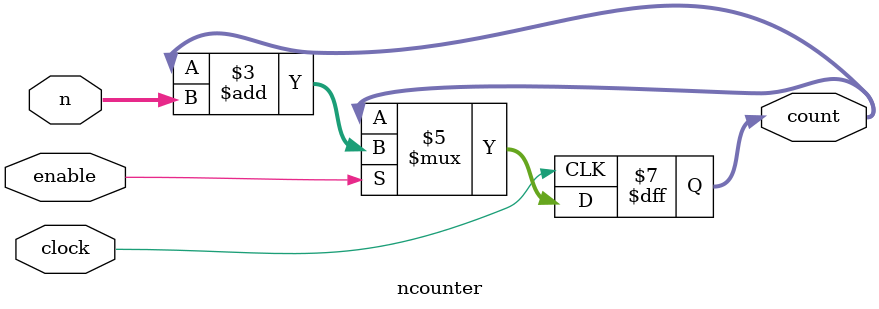
<source format=v>
module ncounter (
  clock, 
  enable, 
  n, 
  count
  
 );
 
 parameter BIT_SZ = 10; 
 input clock; 
 input enable; 
 input [9:0] n; 
 output [BIT_SZ-1:0] count; 
 
 reg[BIT_SZ-1:0] count; 
 
 initial count = 0; 
 
 always @ (posedge clock)
	if(enable==1'b1)
		count <= count + n; 
	
endmodule 
 
</source>
